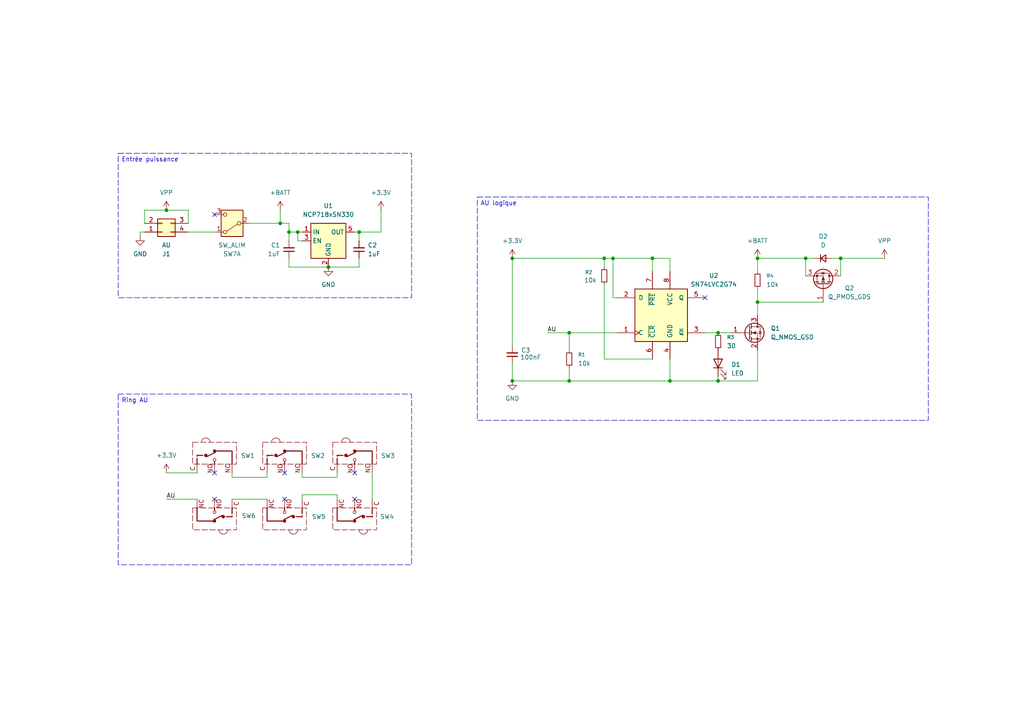
<source format=kicad_sch>
(kicad_sch (version 20250114) (generator "eeschema") (generator_version "9.0")
  (paper "A4")
  (title_block (title "Mon bb") (date "2025-04-26") (rev "1.0"))
  (lib_symbols
    (symbol "ComponentsEvo:463092370402" (pin_numbers (hide yes)) (pin_names (hide yes))
      (property "Reference" "SW" (at 0 10.16 0))
      (symbol "463092370402_1_1"
        (rectangle (start -6.35 6.35) (end 6.35 0) (stroke (width 0) (type dash)))
        (polyline (pts (xy -5.08 2.54) (xy -2.54 2.54)) (stroke (width 0.3)))
        (polyline (pts (xy -5.08 0) (xy -5.08 2.54)) (stroke (width 0.3)))
        (arc (start -3.81 6.35) (mid -2.54 7.5977) (end -1.27 6.35))
        (circle (center -2.54 2.54) (radius 0.4016) (fill (type outline)))
        (circle (center 0 3.81) (radius 0.381) (fill (type outline)))
        (circle (center 0 1.27) (radius 0.4016))
        (polyline (pts (xy 0 0) (xy 0 0.762)) (stroke (width 0.3)))
        (polyline (pts (xy 0.254 3.429) (xy -2.286 2.159)) (stroke (width 0.3)))
        (polyline (pts (xy 5.08 0) (xy 5.08 3.81) (xy 0 3.81)) (stroke (width 0.3)))
        (text "C" (at -6.35 -1.27 900) (effects (font (size 1.27 1.27))))
        (text "NO" (at -1.27 -1.27 900) (effects (font (size 1.27 1.27))))
        (text "NC" (at 3.8272 -1.2587 900) (effects (font (size 1.27 1.27))))
        (pin input line (at -5.08 -2.54 90) (length 2.54) (name "C") (number "1"))
        (pin input line (at 0 -2.54 90) (length 2.54) (name "C") (number "2"))
        (pin input line (at 5.08 -2.54 90) (length 2.54) (name "C") (number "3"))
      )
    )
    (symbol "ComponentsEvo:SN74LVC2G74DCUR" (pin_names (offset 1.016))
      (property "Reference" "U2" (at 15.24 12.0081 0))
      (property "Value" "SN74LVC2G74" (at 15.24 9.4681 0))
      (symbol "SN74LVC2G74DCUR_0_1"
        (rectangle (start -7.62 7.62) (end 7.62 -7.62) (stroke (width 0.254)) (fill (type background)))
      )
      (symbol "SN74LVC2G74DCUR_1_1"
        (pin input line (at -12.7 5.08 0) (length 5.08) (name "D") (number "2"))
        (pin input clock (at -12.7 -5.08 0) (length 5.08) (name "C") (number "1"))
        (pin input line (at -2.54 12.7 270) (length 5.08) (name "~{PRE}") (number "7"))
        (pin input line (at -2.54 -12.7 90) (length 5.08) (name "~{CLR}") (number "6"))
        (pin power_in line (at 2.54 12.7 270) (length 5.08) (name "VCC") (number "8"))
        (pin power_in line (at 2.54 -12.7 90) (length 5.08) (name "GND") (number "4"))
        (pin output line (at 12.7 5.08 180) (length 5.08) (name "Q") (number "5"))
        (pin output line (at 12.7 -5.08 180) (length 5.08) (name "~{Q}") (number "3"))
      )
    )
    (symbol "Connector_Generic:Conn_02x02_Counter_Clockwise" (pin_names (offset 1.016) (hide yes))
      (property "Reference" "J" (at 1.27 2.54 0))
      (property "Value" "Conn_02x02_Counter_Clockwise" (at 1.27 -5.08 0))
      (symbol "Conn_02x02_Counter_Clockwise_1_1"
        (rectangle (start -1.27 1.27) (end 3.81 -3.81) (stroke (width 0.254)) (fill (type background)))
        (rectangle (start -1.27 0.127) (end 0 -0.127) (stroke (width 0.1524)))
        (rectangle (start -1.27 -2.413) (end 0 -2.667) (stroke (width 0.1524)))
        (rectangle (start 3.81 0.127) (end 2.54 -0.127) (stroke (width 0.1524)))
        (rectangle (start 3.81 -2.413) (end 2.54 -2.667) (stroke (width 0.1524)))
        (pin passive line (at -5.08 0 0) (length 3.81) (name "Pin_1") (number "1"))
        (pin passive line (at -5.08 -2.54 0) (length 3.81) (name "Pin_2") (number "2"))
        (pin passive line (at 7.62 0 180) (length 3.81) (name "Pin_4") (number "4"))
        (pin passive line (at 7.62 -2.54 180) (length 3.81) (name "Pin_3") (number "3"))
      )
    )
    (symbol "Device:C_Small" (pin_numbers (hide yes)) (pin_names (offset 0.254) (hide yes))
      (property "Reference" "C" (at 0.254 1.778 0))
      (property "Value" "C_Small" (at 0.254 -2.032 0))
      (symbol "C_Small_0_1"
        (polyline (pts (xy -1.524 0.508) (xy 1.524 0.508)) (stroke (width 0.3048)))
        (polyline (pts (xy -1.524 -0.508) (xy 1.524 -0.508)) (stroke (width 0.3302)))
      )
      (symbol "C_Small_1_1"
        (pin passive line (at 0 2.54 270) (length 2.032) (name "~") (number "1"))
        (pin passive line (at 0 -2.54 90) (length 2.032) (name "~") (number "2"))
      )
    )
    (symbol "Device:D_Small" (pin_numbers (hide yes)) (pin_names (offset 0.254) (hide yes))
      (property "Reference" "D" (at -1.27 2.032 0))
      (property "Value" "D_Small" (at -3.81 -2.032 0))
      (symbol "D_Small_0_1"
        (polyline (pts (xy -0.762 0) (xy 0.762 0)))
        (polyline (pts (xy -0.762 -1.016) (xy -0.762 1.016)) (stroke (width 0.254)))
        (polyline (pts (xy 0.762 -1.016) (xy -0.762 0) (xy 0.762 1.016) (xy 0.762 -1.016)) (stroke (width 0.254)))
      )
      (symbol "D_Small_1_1"
        (pin passive line (at -2.54 0 0) (length 1.778) (name "K") (number "1"))
        (pin passive line (at 2.54 0 180) (length 1.778) (name "A") (number "2"))
      )
    )
    (symbol "Device:LED" (pin_numbers (hide yes)) (pin_names (offset 1.016) (hide yes))
      (property "Reference" "D" (at 0 2.54 0))
      (property "Value" "LED" (at 0 -2.54 0))
      (symbol "LED_0_1"
        (polyline (pts (xy -3.048 -0.762) (xy -4.572 -2.286) (xy -3.81 -2.286) (xy -4.572 -2.286) (xy -4.572 -1.524)))
        (polyline (pts (xy -1.778 -0.762) (xy -3.302 -2.286) (xy -2.54 -2.286) (xy -3.302 -2.286) (xy -3.302 -1.524)))
        (polyline (pts (xy -1.27 0) (xy 1.27 0)))
        (polyline (pts (xy -1.27 -1.27) (xy -1.27 1.27)) (stroke (width 0.254)))
        (polyline (pts (xy 1.27 -1.27) (xy 1.27 1.27) (xy -1.27 0) (xy 1.27 -1.27)) (stroke (width 0.254)))
      )
      (symbol "LED_1_1"
        (pin passive line (at -3.81 0 0) (length 2.54) (name "K") (number "1"))
        (pin passive line (at 3.81 0 180) (length 2.54) (name "A") (number "2"))
      )
    )
    (symbol "Device:R_Small" (pin_numbers (hide yes)) (pin_names (offset 0.254) (hide yes))
      (property "Reference" "R" (at 0 0 90))
      (property "Value" "R_Small" (at 1.778 0 90))
      (symbol "R_Small_0_1"
        (rectangle (start -0.762 1.778) (end 0.762 -1.778) (stroke (width 0.2032)))
      )
      (symbol "R_Small_1_1"
        (pin passive line (at 0 2.54 270) (length 0.762) (name "~") (number "1"))
        (pin passive line (at 0 -2.54 90) (length 0.762) (name "~") (number "2"))
      )
    )
    (symbol "Regulator_Linear:NCP718xSN330"
      (property "Reference" "U" (at -3.81 6.35 0))
      (property "Value" "NCP718xSN330" (at 6.35 6.35 0))
      (symbol "NCP718xSN330_0_1"
        (rectangle (start -5.08 -5.08) (end 5.08 5.08) (stroke (width 0.254)) (fill (type background)))
        (pin power_in line (at -7.62 2.54 0) (length 2.54) (name "IN") (number "1"))
        (pin input line (at -7.62 0 0) (length 2.54) (name "EN") (number "3"))
        (pin power_in line (at 0 -7.62 90) (length 2.54) (name "GND") (number "2"))
        (pin no_connect line (at 5.08 0 180) (length 2.54) (hide yes) (name "NC") (number "4"))
        (pin power_out line (at 7.62 2.54 180) (length 2.54) (name "OUT") (number "5"))
      )
    )
    (symbol "Switch:SW_DPDT_x2" (pin_names (offset 0) (hide yes))
      (property "Reference" "SW" (at 0 5.08 0))
      (property "Value" "SW_DPDT_x2" (at 0 -5.08 0))
      (symbol "SW_DPDT_x2_0_0"
        (circle (center -2.032 0) (radius 0.508))
        (circle (center 2.032 -2.54) (radius 0.508))
      )
      (symbol "SW_DPDT_x2_0_1"
        (rectangle (start -3.175 3.81) (end 3.175 -3.81) (stroke (width 0.254)) (fill (type background)))
        (polyline (pts (xy -1.524 0.254) (xy 1.5748 2.286)))
        (circle (center 2.032 2.54) (radius 0.508))
      )
      (symbol "SW_DPDT_x2_1_1"
        (pin passive line (at -5.08 0 0) (length 2.54) (name "B") (number "2"))
        (pin passive line (at 5.08 2.54 180) (length 2.54) (name "A") (number "1"))
        (pin passive line (at 5.08 -2.54 180) (length 2.54) (name "C") (number "3"))
      )
      (symbol "SW_DPDT_x2_2_1"
        (pin passive line (at -5.08 0 0) (length 2.54) (name "B") (number "5"))
        (pin passive line (at 5.08 2.54 180) (length 2.54) (name "A") (number "4"))
        (pin passive line (at 5.08 -2.54 180) (length 2.54) (name "C") (number "6"))
      )
    )
    (symbol "Transistor_FET:Q_NMOS_GSD" (pin_names (offset 0) (hide yes))
      (property "Reference" "Q" (at 5.08 1.905 0))
      (property "Value" "Q_NMOS_GSD" (at 5.08 0 0))
      (symbol "Q_NMOS_GSD_0_1"
        (polyline (pts (xy 0.254 1.905) (xy 0.254 -1.905)) (stroke (width 0.254)))
        (polyline (pts (xy 0.254 0) (xy -2.54 0)))
        (polyline (pts (xy 0.762 2.286) (xy 0.762 1.27)) (stroke (width 0.254)))
        (polyline (pts (xy 0.762 0.508) (xy 0.762 -0.508)) (stroke (width 0.254)))
        (polyline (pts (xy 0.762 -1.27) (xy 0.762 -2.286)) (stroke (width 0.254)))
        (polyline (pts (xy 0.762 -1.778) (xy 3.302 -1.778) (xy 3.302 1.778) (xy 0.762 1.778)))
        (polyline (pts (xy 1.016 0) (xy 2.032 0.381) (xy 2.032 -0.381) (xy 1.016 0)) (fill (type outline)))
        (circle (center 1.651 0) (radius 2.794) (stroke (width 0.254)))
        (polyline (pts (xy 2.54 2.54) (xy 2.54 1.778)))
        (circle (center 2.54 1.778) (radius 0.254) (fill (type outline)))
        (circle (center 2.54 -1.778) (radius 0.254) (fill (type outline)))
        (polyline (pts (xy 2.54 -2.54) (xy 2.54 0) (xy 0.762 0)))
        (polyline (pts (xy 2.921 0.381) (xy 3.683 0.381)))
        (polyline (pts (xy 3.302 0.381) (xy 2.921 -0.254) (xy 3.683 -0.254) (xy 3.302 0.381)))
      )
      (symbol "Q_NMOS_GSD_1_1"
        (pin input line (at -5.08 0 0) (length 2.54) (name "G") (number "1"))
        (pin passive line (at 2.54 5.08 270) (length 2.54) (name "D") (number "3"))
        (pin passive line (at 2.54 -5.08 90) (length 2.54) (name "S") (number "2"))
      )
    )
    (symbol "Transistor_FET:Q_PMOS_GDS" (pin_names (offset 0) (hide yes))
      (property "Reference" "Q" (at 5.08 1.905 0))
      (property "Value" "Q_PMOS_GDS" (at 5.08 0 0))
      (symbol "Q_PMOS_GDS_0_1"
        (polyline (pts (xy 0.254 1.905) (xy 0.254 -1.905)) (stroke (width 0.254)))
        (polyline (pts (xy 0.254 0) (xy -2.54 0)))
        (polyline (pts (xy 0.762 2.286) (xy 0.762 1.27)) (stroke (width 0.254)))
        (polyline (pts (xy 0.762 1.778) (xy 3.302 1.778) (xy 3.302 -1.778) (xy 0.762 -1.778)))
        (polyline (pts (xy 0.762 0.508) (xy 0.762 -0.508)) (stroke (width 0.254)))
        (polyline (pts (xy 0.762 -1.27) (xy 0.762 -2.286)) (stroke (width 0.254)))
        (circle (center 1.651 0) (radius 2.794) (stroke (width 0.254)))
        (polyline (pts (xy 2.286 0) (xy 1.27 0.381) (xy 1.27 -0.381) (xy 2.286 0)) (fill (type outline)))
        (polyline (pts (xy 2.54 2.54) (xy 2.54 1.778)))
        (circle (center 2.54 1.778) (radius 0.254) (fill (type outline)))
        (circle (center 2.54 -1.778) (radius 0.254) (fill (type outline)))
        (polyline (pts (xy 2.54 -2.54) (xy 2.54 0) (xy 0.762 0)))
        (polyline (pts (xy 2.921 -0.381) (xy 3.683 -0.381)))
        (polyline (pts (xy 3.302 -0.381) (xy 2.921 0.254) (xy 3.683 0.254) (xy 3.302 -0.381)))
      )
      (symbol "Q_PMOS_GDS_1_1"
        (pin input line (at -5.08 0 0) (length 2.54) (name "G") (number "1"))
        (pin passive line (at 2.54 5.08 270) (length 2.54) (name "D") (number "2"))
        (pin passive line (at 2.54 -5.08 90) (length 2.54) (name "S") (number "3"))
      )
    )
    (symbol "power:+9V" (power) (pin_numbers (hide yes)) (pin_names (offset 0) (hide yes))
      (property "Value" "+9V" (at 0 3.556 0))
      (symbol "+9V_0_1"
        (polyline (pts (xy -0.762 1.27) (xy 0 2.54)))
        (polyline (pts (xy 0 2.54) (xy 0.762 1.27)))
        (polyline (pts (xy 0 0) (xy 0 2.54)))
      )
      (symbol "+9V_1_1"
        (pin power_in line (at 0 0 90) (length 0) (name "~") (number "1"))
      )
    )
    (symbol "power:+BATT" (power) (pin_numbers (hide yes)) (pin_names (offset 0) (hide yes))
      (property "Value" "+BATT" (at 0 3.556 0))
      (symbol "+BATT_0_1"
        (polyline (pts (xy -0.762 1.27) (xy 0 2.54)))
        (polyline (pts (xy 0 2.54) (xy 0.762 1.27)))
        (polyline (pts (xy 0 0) (xy 0 2.54)))
      )
      (symbol "+BATT_1_1"
        (pin power_in line (at 0 0 90) (length 0) (name "~") (number "1"))
      )
    )
    (symbol "power:GND" (power) (pin_numbers (hide yes)) (pin_names (offset 0) (hide yes))
      (property "Value" "GND" (at 0 -3.81 0))
      (symbol "GND_0_1"
        (polyline (pts (xy 0 0) (xy 0 -1.27) (xy 1.27 -1.27) (xy 0 -2.54) (xy -1.27 -1.27) (xy 0 -1.27)))
      )
      (symbol "GND_1_1"
        (pin power_in line (at 0 0 270) (length 0) (name "~") (number "1"))
      )
    )
    (symbol "power:VCC" (power) (pin_numbers (hide yes)) (pin_names (offset 0) (hide yes))
      (property "Value" "VCC" (at 0 3.556 0))
      (symbol "VCC_0_1"
        (polyline (pts (xy -0.762 1.27) (xy 0 2.54)))
        (polyline (pts (xy 0 2.54) (xy 0.762 1.27)))
        (polyline (pts (xy 0 0) (xy 0 2.54)))
      )
      (symbol "VCC_1_1"
        (pin power_in line (at 0 0 90) (length 0) (name "~") (number "1"))
      )
    )
    (symbol "power:VPP" (power) (pin_numbers (hide yes)) (pin_names (offset 0) (hide yes))
      (property "Value" "VPP" (at 0 3.556 0))
      (symbol "VPP_0_1"
        (polyline (pts (xy -0.762 1.27) (xy 0 2.54)))
        (polyline (pts (xy 0 2.54) (xy 0.762 1.27)))
        (polyline (pts (xy 0 0) (xy 0 2.54)))
      )
      (symbol "VPP_1_1"
        (pin power_in line (at 0 0 90) (length 0) (name "~") (number "1"))
      )
    )
  )
  (text_box "AU logique" (at 138.43 57.15 0) (size 130.81 64.77) (margins 0.9525 0.9525 0.9525 0.9525) (stroke (width 0) (type dash)) (effects (font (size 1.27 1.27)) (justify left top)))
  (text_box "Entrée puissance" (at 34.29 44.45 0) (size 85.09 41.91) (margins 0.9525 0.9525 0.9525 0.9525) (stroke (width 0) (type dash)) (effects (font (size 1.27 1.27)) (justify left top)))
  (text_box "Ring AU" (at 34.29 114.3 0) (size 85.09 49.53) (margins 0.9525 0.9525 0.9525 0.9525) (stroke (width 0) (type dash)) (effects (font (size 1.27 1.27)) (justify left top)))
  (junction (at 189.23 74.93))
  (junction (at 148.59 110.49))
  (junction (at 104.14 67.31))
  (junction (at 208.28 96.52))
  (junction (at 208.28 110.49))
  (junction (at 81.28 64.77))
  (junction (at 95.25 77.47))
  (junction (at 86.36 67.31))
  (junction (at 219.71 74.93))
  (junction (at 48.26 60.96))
  (junction (at 165.1 110.49))
  (junction (at 148.59 74.93))
  (junction (at 194.31 110.49))
  (junction (at 165.1 96.52))
  (junction (at 243.84 74.93))
  (junction (at 83.82 67.31))
  (junction (at 175.26 74.93))
  (junction (at 177.8 74.93))
  (junction (at 233.68 74.93))
  (junction (at 219.71 87.63))
  (no_connect (at 62.23 137.16))
  (no_connect (at 62.23 144.78))
  (no_connect (at 82.55 144.78))
  (no_connect (at 62.23 62.23))
  (no_connect (at 204.47 86.36))
  (no_connect (at 82.55 137.16))
  (no_connect (at 102.87 137.16))
  (no_connect (at 102.87 144.78))
  (wire (pts (xy 148.59 105.41) (xy 148.59 110.49)))
  (wire (pts (xy 48.26 144.78) (xy 57.15 144.78)))
  (wire (pts (xy 81.28 64.77) (xy 83.82 64.77)))
  (wire (pts (xy 219.71 110.49) (xy 208.28 110.49)))
  (wire (pts (xy 219.71 78.74) (xy 219.71 74.93)))
  (wire (pts (xy 83.82 67.31) (xy 86.36 67.31)))
  (wire (pts (xy 40.64 67.31) (xy 41.91 67.31)))
  (wire (pts (xy 87.63 69.85) (xy 86.36 69.85)))
  (wire (pts (xy 194.31 78.74) (xy 194.31 74.93)))
  (wire (pts (xy 67.31 144.78) (xy 77.47 144.78)))
  (wire (pts (xy 179.07 86.36) (xy 177.8 86.36)))
  (wire (pts (xy 165.1 96.52) (xy 179.07 96.52)))
  (wire (pts (xy 87.63 143.51) (xy 87.63 144.78)))
  (wire (pts (xy 208.28 109.22) (xy 208.28 110.49)))
  (wire (pts (xy 219.71 87.63) (xy 219.71 91.44)))
  (wire (pts (xy 97.79 138.43) (xy 97.79 137.16)))
  (wire (pts (xy 194.31 110.49) (xy 194.31 104.14)))
  (wire (pts (xy 87.63 137.16) (xy 87.63 138.43)))
  (wire (pts (xy 81.28 60.96) (xy 81.28 64.77)))
  (wire (pts (xy 177.8 86.36) (xy 177.8 74.93)))
  (wire (pts (xy 233.68 74.93) (xy 233.68 80.01)))
  (wire (pts (xy 148.59 74.93) (xy 148.59 100.33)))
  (wire (pts (xy 189.23 74.93) (xy 189.23 78.74)))
  (wire (pts (xy 243.84 74.93) (xy 243.84 80.01)))
  (wire (pts (xy 54.61 67.31) (xy 62.23 67.31)))
  (wire (pts (xy 165.1 110.49) (xy 194.31 110.49)))
  (wire (pts (xy 41.91 60.96) (xy 48.26 60.96)))
  (wire (pts (xy 97.79 144.78) (xy 97.79 143.51)))
  (wire (pts (xy 204.47 96.52) (xy 208.28 96.52)))
  (wire (pts (xy 87.63 138.43) (xy 97.79 138.43)))
  (wire (pts (xy 48.26 137.16) (xy 57.15 137.16)))
  (wire (pts (xy 175.26 82.55) (xy 175.26 104.14)))
  (wire (pts (xy 189.23 74.93) (xy 177.8 74.93)))
  (wire (pts (xy 104.14 69.85) (xy 104.14 67.31)))
  (wire (pts (xy 86.36 69.85) (xy 86.36 67.31)))
  (wire (pts (xy 83.82 64.77) (xy 83.82 67.31)))
  (wire (pts (xy 241.3 74.93) (xy 243.84 74.93)))
  (wire (pts (xy 67.31 137.16) (xy 67.31 138.43)))
  (wire (pts (xy 102.87 67.31) (xy 104.14 67.31)))
  (wire (pts (xy 87.63 67.31) (xy 86.36 67.31)))
  (wire (pts (xy 41.91 60.96) (xy 41.91 64.77)))
  (wire (pts (xy 110.49 60.96) (xy 110.49 67.31)))
  (wire (pts (xy 175.26 74.93) (xy 177.8 74.93)))
  (wire (pts (xy 219.71 101.6) (xy 219.71 110.49)))
  (wire (pts (xy 219.71 74.93) (xy 233.68 74.93)))
  (wire (pts (xy 83.82 77.47) (xy 95.25 77.47)))
  (wire (pts (xy 104.14 77.47) (xy 95.25 77.47)))
  (wire (pts (xy 158.75 96.52) (xy 165.1 96.52)))
  (wire (pts (xy 219.71 83.82) (xy 219.71 87.63)))
  (wire (pts (xy 54.61 64.77) (xy 54.61 60.96)))
  (wire (pts (xy 40.64 68.58) (xy 40.64 67.31)))
  (wire (pts (xy 97.79 143.51) (xy 87.63 143.51)))
  (wire (pts (xy 67.31 138.43) (xy 77.47 138.43)))
  (wire (pts (xy 175.26 74.93) (xy 175.26 77.47)))
  (wire (pts (xy 219.71 87.63) (xy 238.76 87.63)))
  (wire (pts (xy 83.82 74.93) (xy 83.82 77.47)))
  (wire (pts (xy 165.1 96.52) (xy 165.1 101.6)))
  (wire (pts (xy 72.39 64.77) (xy 81.28 64.77)))
  (wire (pts (xy 107.95 137.16) (xy 107.95 144.78)))
  (wire (pts (xy 77.47 138.43) (xy 77.47 137.16)))
  (wire (pts (xy 104.14 74.93) (xy 104.14 77.47)))
  (wire (pts (xy 148.59 74.93) (xy 175.26 74.93)))
  (wire (pts (xy 243.84 74.93) (xy 256.54 74.93)))
  (wire (pts (xy 148.59 110.49) (xy 165.1 110.49)))
  (wire (pts (xy 175.26 104.14) (xy 189.23 104.14)))
  (wire (pts (xy 233.68 74.93) (xy 236.22 74.93)))
  (wire (pts (xy 194.31 74.93) (xy 189.23 74.93)))
  (wire (pts (xy 48.26 60.96) (xy 54.61 60.96)))
  (wire (pts (xy 208.28 110.49) (xy 194.31 110.49)))
  (wire (pts (xy 208.28 96.52) (xy 212.09 96.52)))
  (wire (pts (xy 165.1 106.68) (xy 165.1 110.49)))
  (wire (pts (xy 104.14 67.31) (xy 110.49 67.31)))
  (wire (pts (xy 83.82 69.85) (xy 83.82 67.31)))
  (label "AU" (at 48.26 144.78 0))
  (label "AU" (at 158.75 96.52 0))
  (symbol (lib_id "power:GND") (at 40.64 68.58 0) (mirror y) (unit 1)
    (property "Reference" "#PWR01" (effects (hide yes)))
    (property "Value" "GND" (at 40.64 73.66 0))
    (property "Description" "Power symbol creates a global label with name \"GND\" , ground" (effects (hide yes)))
  )
  (symbol (lib_id "Device:R_Small") (at 219.71 81.28 0) (unit 1)
    (property "Reference" "R4" (at 222.25 80.0099 0) (effects (font (size 1.016 1.016)) (justify left)))
    (property "Value" "10k" (at 222.25 82.5499 0) (effects (justify left)))
    (property "Footprint" "Resistor_SMD:R_0603_1608Metric" (effects (hide yes)))
    (property "Description" "Resistor, small symbol" (effects (hide yes)))
  )
  (symbol (lib_id "Device:R_Small") (at 208.28 99.06 0) (unit 1)
    (property "Reference" "R3" (at 210.82 97.7899 0) (effects (font (size 1.016 1.016)) (justify left)))
    (property "Value" "30" (at 210.82 100.3299 0) (effects (justify left)))
    (property "Footprint" "Resistor_SMD:R_0603_1608Metric" (effects (hide yes)))
    (property "Description" "Resistor, small symbol" (effects (hide yes)))
  )
  (symbol (lib_id "power:+BATT") (at 219.71 74.93 0) (mirror y) (unit 1)
    (property "Reference" "#PWR09" (effects (hide yes)))
    (property "Value" "+BATT" (at 219.71 69.85 0))
    (property "Description" "Power symbol creates a global label with name \"+BATT\"" (effects (hide yes)))
  )
  (symbol (lib_id "power:GND") (at 95.25 77.47 0) (unit 1)
    (property "Reference" "#PWR05" (effects (hide yes)))
    (property "Value" "GND" (at 95.25 82.55 0))
    (property "Description" "Power symbol creates a global label with name \"GND\" , ground" (effects (hide yes)))
  )
  (symbol (lib_id "ComponentsEvo:SN74LVC2G74DCUR") (at 191.77 91.44 0) (unit 1)
    (property "Reference" "U2" (at 207.01 79.9398 0))
    (property "Value" "SN74LVC2G74" (at 207.01 82.4798 0))
    (property "Footprint" "Package_SO:VSSOP-8_2.3x2mm_P0.5mm" (effects (hide yes)))
    (property "Datasheet" "https://www.ti.com/lit/ds/symlink/sn74lvc2g74.pdf" (effects (hide yes)))
    (property "Description" "Single D Flip-Flop" (effects (hide yes)))
  )
  (symbol (lib_id "Device:C_Small") (at 83.82 72.39 0) (mirror x) (unit 1)
    (property "Reference" "C1" (at 81.28 71.1135 0) (effects (justify right)))
    (property "Value" "1uF" (at 81.28 73.6535 0) (effects (justify right)))
    (property "Footprint" "Capacitor_SMD:C_0603_1608Metric" (effects (hide yes)))
    (property "Description" "Unpolarized capacitor, small symbol" (effects (hide yes)))
  )
  (symbol (lib_id "ComponentsEvo:463092370402") (at 82.55 147.32 180) (unit 1)
    (property "Reference" "SW5" (at 90.424 149.86 0) (effects (justify right)))
    (property "Value" "463092370402" (effects (hide yes)))
    (property "Footprint" "ComponentsEvo:463092370402" (effects (hide yes)))
    (property "Datasheet" "https://www.we-online.com/catalog/datasheet/463092370402.pdf?ki" (effects (hide yes)))
    (property "Description" "Micro Switch" (effects (hide yes)))
  )
  (symbol (lib_id "Device:C_Small") (at 104.14 72.39 180) (unit 1)
    (property "Reference" "C2" (at 106.68 71.1135 0) (effects (justify right)))
    (property "Value" "1uF" (at 106.68 73.6535 0) (effects (justify right)))
    (property "Footprint" "Capacitor_SMD:C_0603_1608Metric" (effects (hide yes)))
    (property "Description" "Unpolarized capacitor, small symbol" (effects (hide yes)))
  )
  (symbol (lib_id "Device:LED") (at 208.28 105.41 90) (unit 1)
    (property "Reference" "D1" (at 212.09 105.7274 90) (effects (justify right)))
    (property "Value" "LED" (at 212.09 108.2674 90) (effects (justify right)))
    (property "Footprint" "LED_SMD:LED_0805_2012Metric" (effects (hide yes)))
    (property "Description" "Light emitting diode" (effects (hide yes)))
    (property "Sim.Pins" "1=K 2=A" (effects (hide yes)))
  )
  (symbol (lib_id "ComponentsEvo:463092370402") (at 62.23 147.32 180) (unit 1)
    (property "Reference" "SW6" (at 70.104 149.606 0) (effects (justify right)))
    (property "Value" "463092370402" (effects (hide yes)))
    (property "Footprint" "ComponentsEvo:463092370402" (effects (hide yes)))
    (property "Datasheet" "https://www.we-online.com/catalog/datasheet/463092370402.pdf?ki" (effects (hide yes)))
    (property "Description" "Micro Switch" (effects (hide yes)))
  )
  (symbol (lib_id "power:GND") (at 148.59 110.49 0) (unit 1)
    (property "Reference" "#PWR08" (effects (hide yes)))
    (property "Value" "GND" (at 148.59 115.57 0))
    (property "Description" "Power symbol creates a global label with name \"GND\" , ground" (effects (hide yes)))
  )
  (symbol (lib_id "Transistor_FET:Q_NMOS_GSD") (at 217.17 96.52 0) (unit 1)
    (property "Reference" "Q1" (at 223.52 95.2499 0) (effects (justify left)))
    (property "Value" "Q_NMOS_GSD" (at 223.52 97.7899 0) (effects (justify left)))
    (property "Footprint" "Package_TO_SOT_SMD:SOT-23" (effects (hide yes)))
    (property "Description" "N-MOSFET transistor, gate/source/drain" (effects (hide yes)))
  )
  (symbol (lib_id "power:+BATT") (at 81.28 60.96 0) (mirror y) (unit 1)
    (property "Reference" "#PWR04" (effects (hide yes)))
    (property "Value" "+BATT" (at 81.28 55.88 0))
    (property "Description" "Power symbol creates a global label with name \"+BATT\"" (effects (hide yes)))
  )
  (symbol (lib_id "ComponentsEvo:463092370402") (at 102.87 147.32 180) (unit 1)
    (property "Reference" "SW4" (at 110.236 149.86 0) (effects (justify right)))
    (property "Value" "463092370402" (effects (hide yes)))
    (property "Footprint" "ComponentsEvo:463092370402" (effects (hide yes)))
    (property "Datasheet" "https://www.we-online.com/catalog/datasheet/463092370402.pdf?ki" (effects (hide yes)))
    (property "Description" "Micro Switch" (effects (hide yes)))
  )
  (symbol (lib_id "Regulator_Linear:NCP718xSN330") (at 95.25 69.85 0) (unit 1)
    (property "Reference" "U1" (at 95.25 59.69 0))
    (property "Value" "NCP718xSN330" (at 95.25 62.23 0))
    (property "Footprint" "Package_TO_SOT_SMD:SOT-23-5" (effects (hide yes)))
    (property "Datasheet" "https://www.onsemi.com/pub/Collateral/NCP718-D.PDF" (effects (hide yes)))
    (property "Description" "300-mA, Wide Input Voltage, Low-IQ LDO, 3.3V, SOT-23" (effects (hide yes)))
  )
  (symbol (lib_id "ComponentsEvo:463092370402") (at 62.23 134.62 0) (unit 1)
    (property "Reference" "SW1" (at 69.85 132.1769 0) (effects (justify left)))
    (property "Value" "463092370402" (effects (hide yes)))
    (property "Footprint" "ComponentsEvo:463092370402" (effects (hide yes)))
    (property "Datasheet" "https://www.we-online.com/catalog/datasheet/463092370402.pdf?ki" (effects (hide yes)))
    (property "Description" "Micro Switch" (effects (hide yes)))
  )
  (symbol (lib_id "ComponentsEvo:463092370402") (at 102.87 134.62 0) (unit 1)
    (property "Reference" "SW3" (at 110.49 132.1769 0) (effects (justify left)))
    (property "Value" "463092370402" (effects (hide yes)))
    (property "Footprint" "ComponentsEvo:463092370402" (effects (hide yes)))
    (property "Datasheet" "https://www.we-online.com/catalog/datasheet/463092370402.pdf?ki" (effects (hide yes)))
    (property "Description" "Micro Switch" (effects (hide yes)))
  )
  (symbol (lib_id "Device:R_Small") (at 175.26 80.01 0) (unit 1)
    (property "Reference" "R2" (at 169.672 78.994 0) (effects (font (size 1.016 1.016)) (justify left)))
    (property "Value" "10k" (at 169.418 81.28 0) (effects (justify left)))
    (property "Footprint" "Resistor_SMD:R_0603_1608Metric" (effects (hide yes)))
    (property "Description" "Resistor, small symbol" (effects (hide yes)))
  )
  (symbol (lib_id "Device:C_Small") (at 148.59 102.87 180) (unit 1)
    (property "Reference" "C3" (at 151.13 101.5935 0) (effects (justify right)))
    (property "Value" "100nF" (at 150.876 103.632 0) (effects (justify right)))
    (property "Footprint" "Capacitor_SMD:C_0603_1608Metric" (effects (hide yes)))
    (property "Description" "Unpolarized capacitor, small symbol" (effects (hide yes)))
  )
  (symbol (lib_id "Transistor_FET:Q_PMOS_GDS") (at 238.76 82.55 270) (mirror x) (unit 1)
    (property "Reference" "Q2" (at 246.38 83.566 90))
    (property "Value" "Q_PMOS_GDS" (at 246.38 86.106 90))
    (property "Footprint" "Package_TO_SOT_SMD:SOT-223-3_TabPin2" (effects (hide yes)))
    (property "Description" "P-MOSFET transistor, gate/drain/source" (effects (hide yes)))
  )
  (symbol (lib_id "power:VPP") (at 256.54 74.93 0) (unit 1)
    (property "Reference" "#PWR010" (effects (hide yes)))
    (property "Value" "VPP" (at 256.54 69.85 0))
    (property "Description" "Power symbol creates a global label with name \"VPP\"" (effects (hide yes)))
  )
  (symbol (lib_id "power:VCC") (at 148.59 74.93 0) (unit 1)
    (property "Reference" "#PWR07" (effects (hide yes)))
    (property "Value" "+3.3V" (at 148.59 69.85 0))
    (property "Description" "Power symbol creates a global label with name \"VCC\"" (effects (hide yes)))
  )
  (symbol (lib_id "ComponentsEvo:463092370402") (at 82.55 134.62 0) (unit 1)
    (property "Reference" "SW2" (at 90.17 132.1769 0) (effects (justify left)))
    (property "Value" "463092370402" (effects (hide yes)))
    (property "Footprint" "ComponentsEvo:463092370402" (effects (hide yes)))
    (property "Datasheet" "https://www.we-online.com/catalog/datasheet/463092370402.pdf?ki" (effects (hide yes)))
    (property "Description" "Micro Switch" (effects (hide yes)))
  )
  (symbol (lib_id "power:VCC") (at 48.26 137.16 0) (unit 1)
    (property "Reference" "#PWR03" (effects (hide yes)))
    (property "Value" "+3.3V" (at 48.26 132.08 0))
    (property "Description" "Power symbol creates a global label with name \"VCC\"" (effects (hide yes)))
  )
  (symbol (lib_id "Switch:SW_DPDT_x2") (at 67.31 64.77 180) (unit 1)
    (property "Reference" "SW7" (at 67.31 73.66 0))
    (property "Value" "SW_ALIM" (at 67.31 71.12 0))
    (property "Footprint" "ComponentsEvo:Power Switch RS SPDT Angled" (effects (hide yes)))
    (property "Description" "Switch, dual pole double throw, separate symbols" (effects (hide yes)))
    (property "quesako" "Pourquoi cette ref" (effects (hide yes)))
  )
  (symbol (lib_id "Device:D_Small") (at 238.76 74.93 0) (unit 1)
    (property "Reference" "D2" (at 238.76 68.58 0))
    (property "Value" "D" (at 238.76 71.12 0))
    (property "Footprint" "Diode_SMD:D_SMB" (effects (hide yes)))
    (property "Description" "Diode, small symbol" (effects (hide yes)))
    (property "Sim.Device" "D" (effects (hide yes)))
    (property "Sim.Pins" "1=K 2=A" (effects (hide yes)))
  )
  (symbol (lib_id "power:+9V") (at 110.49 60.96 0) (unit 1)
    (property "Reference" "#PWR06" (effects (hide yes)))
    (property "Value" "+3.3V" (at 110.49 55.88 0))
    (property "Description" "Power symbol creates a global label with name \"+9V\"" (effects (hide yes)))
  )
  (symbol (lib_id "Device:R_Small") (at 165.1 104.14 0) (unit 1)
    (property "Reference" "R1" (at 167.64 102.8699 0) (effects (font (size 1.016 1.016)) (justify left)))
    (property "Value" "10k" (at 167.64 105.4099 0) (effects (justify left)))
    (property "Footprint" "Resistor_SMD:R_0603_1608Metric" (effects (hide yes)))
    (property "Description" "Resistor, small symbol" (effects (hide yes)))
  )
  (symbol (lib_id "Connector_Generic:Conn_02x02_Counter_Clockwise") (at 46.99 67.31 0) (mirror x) (unit 1)
    (property "Reference" "J1" (at 48.26 73.66 0))
    (property "Value" "AU" (at 48.26 71.12 0))
    (property "Footprint" "ConnectorsEvo:66200421122" (effects (hide yes)))
    (property "Description" "Generic connector, double row, 02x02, counter clockwise pin numbering scheme (similar to DIP package numbering), script generated (kicad-library-utils/schlib/autogen/connector/)" (effects (hide yes)))
  )
  (symbol (lib_id "power:VPP") (at 48.26 60.96 0) (unit 1)
    (property "Reference" "#PWR02" (effects (hide yes)))
    (property "Value" "VPP" (at 48.26 55.88 0))
    (property "Description" "Power symbol creates a global label with name \"VPP\"" (effects (hide yes)))
  )
)
</source>
